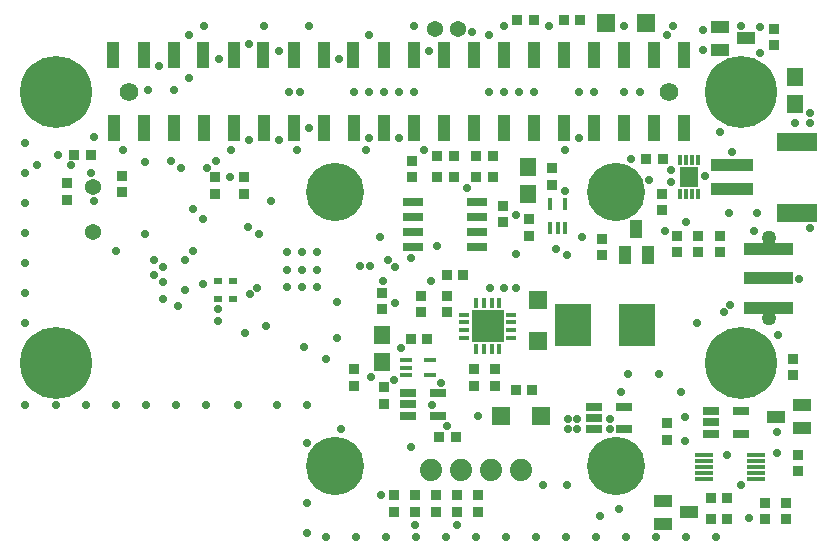
<source format=gts>
*%FSLAX23Y23*%
*%MOIN*%
G01*
%ADD11C,0.000*%
%ADD12C,0.001*%
%ADD13C,0.002*%
%ADD14C,0.006*%
%ADD15C,0.007*%
%ADD16C,0.007*%
%ADD17C,0.008*%
%ADD18C,0.010*%
%ADD19C,0.012*%
%ADD20C,0.015*%
%ADD21C,0.018*%
%ADD22C,0.022*%
%ADD23C,0.024*%
%ADD24C,0.025*%
%ADD25C,0.029*%
%ADD26C,0.031*%
%ADD27C,0.031*%
%ADD28C,0.035*%
%ADD29C,0.035*%
%ADD30C,0.039*%
%ADD31C,0.039*%
%ADD32C,0.046*%
%ADD33C,0.047*%
%ADD34C,0.050*%
%ADD35C,0.051*%
%ADD36C,0.051*%
%ADD37C,0.054*%
%ADD38C,0.055*%
%ADD39C,0.058*%
%ADD40C,0.059*%
%ADD41C,0.059*%
%ADD42C,0.062*%
%ADD43C,0.067*%
%ADD44C,0.070*%
%ADD45C,0.074*%
%ADD46C,0.115*%
%ADD47C,0.135*%
%ADD48C,0.138*%
%ADD49C,0.138*%
%ADD50C,0.158*%
%ADD51C,0.158*%
%ADD52C,0.190*%
%ADD53C,0.194*%
%ADD54C,0.236*%
%ADD55C,0.240*%
%ADD56R,0.011X0.030*%
%ADD57R,0.012X0.030*%
%ADD58R,0.014X0.033*%
%ADD59R,0.014X0.037*%
%ADD60R,0.015X0.034*%
%ADD61R,0.016X0.034*%
%ADD62R,0.018X0.037*%
%ADD63R,0.018X0.041*%
%ADD64R,0.020X0.025*%
%ADD65R,0.021X0.021*%
%ADD66R,0.024X0.029*%
%ADD67R,0.025X0.020*%
%ADD68R,0.029X0.024*%
%ADD69R,0.030X0.011*%
%ADD70R,0.030X0.030*%
%ADD71R,0.031X0.031*%
%ADD72R,0.033X0.014*%
%ADD73R,0.034X0.015*%
%ADD74R,0.034X0.034*%
%ADD75R,0.035X0.035*%
%ADD76R,0.037X0.014*%
%ADD77R,0.037X0.018*%
%ADD78R,0.039X0.055*%
%ADD79R,0.039X0.014*%
%ADD80R,0.040X0.083*%
%ADD81R,0.041X0.018*%
%ADD82R,0.043X0.059*%
%ADD83R,0.043X0.018*%
%ADD84R,0.044X0.087*%
%ADD85R,0.047X0.055*%
%ADD86R,0.048X0.024*%
%ADD87R,0.050X0.023*%
%ADD88R,0.050X0.060*%
%ADD89R,0.051X0.071*%
%ADD90R,0.051X0.059*%
%ADD91R,0.052X0.028*%
%ADD92R,0.054X0.027*%
%ADD93R,0.054X0.064*%
%ADD94R,0.055X0.039*%
%ADD95R,0.055X0.075*%
%ADD96R,0.057X0.012*%
%ADD97R,0.057X0.067*%
%ADD98R,0.059X0.043*%
%ADD99R,0.060X0.060*%
%ADD100R,0.061X0.024*%
%ADD101R,0.061X0.051*%
%ADD102R,0.061X0.016*%
%ADD103R,0.061X0.071*%
%ADD104R,0.063X0.039*%
%ADD105R,0.064X0.064*%
%ADD106R,0.065X0.028*%
%ADD107R,0.065X0.055*%
%ADD108R,0.067X0.043*%
%ADD109R,0.085X0.030*%
%ADD110R,0.089X0.034*%
%ADD111R,0.094X0.030*%
%ADD112R,0.098X0.034*%
%ADD113R,0.104X0.104*%
%ADD114R,0.108X0.108*%
%ADD115R,0.116X0.138*%
%ADD116R,0.120X0.142*%
%ADD117R,0.134X0.059*%
%ADD118R,0.138X0.039*%
%ADD119R,0.138X0.063*%
%ADD120R,0.142X0.043*%
%ADD121R,0.169X0.169*%
%ADD122R,0.173X0.173*%
%ADD123R,0.250X0.250*%
D22*
X10821Y8274D02*
D03*
Y8234D02*
D03*
X10806Y8254D02*
D03*
X10792Y8274D02*
D03*
Y8234D02*
D03*
X10172Y7734D02*
D03*
Y7784D02*
D03*
X10137Y7734D02*
D03*
Y7784D02*
D03*
X10097Y7734D02*
D03*
Y7784D02*
D03*
D25*
X11157Y8434D02*
D03*
X11207Y8469D02*
D03*
Y8434D02*
D03*
X11172Y7914D02*
D03*
X11207Y8084D02*
D03*
X11042Y8669D02*
D03*
X10977Y8759D02*
D03*
X11042Y8754D02*
D03*
X10947Y8339D02*
D03*
X11032Y8134D02*
D03*
X11102Y7729D02*
D03*
X11097Y7404D02*
D03*
Y7334D02*
D03*
X11006Y7118D02*
D03*
X10977Y7229D02*
D03*
X11022Y8074D02*
D03*
X10796Y8103D02*
D03*
X10852Y8679D02*
D03*
Y8744D02*
D03*
X10752Y8759D02*
D03*
X10857Y8259D02*
D03*
X10937Y8134D02*
D03*
X10907Y8404D02*
D03*
X10896Y7053D02*
D03*
X10932Y7329D02*
D03*
X10796Y7053D02*
D03*
X10832Y7769D02*
D03*
X10792Y7454D02*
D03*
X10777Y7539D02*
D03*
X10792Y7374D02*
D03*
X10942Y7829D02*
D03*
X10922Y7804D02*
D03*
X10746Y8238D02*
D03*
Y8278D02*
D03*
X10587Y8759D02*
D03*
X10732Y8729D02*
D03*
X10587Y8539D02*
D03*
X10612Y8314D02*
D03*
X10672Y8244D02*
D03*
X10642Y8539D02*
D03*
X10602Y7599D02*
D03*
X10572Y7149D02*
D03*
X10726Y8073D02*
D03*
X10706Y7598D02*
D03*
X10696Y7053D02*
D03*
X10596D02*
D03*
X10577Y7539D02*
D03*
X10437Y8384D02*
D03*
Y8539D02*
D03*
X10487D02*
D03*
X10447Y8054D02*
D03*
X10507Y7124D02*
D03*
X10496Y7053D02*
D03*
X10542Y7414D02*
D03*
Y7449D02*
D03*
X10432Y7414D02*
D03*
Y7449D02*
D03*
X10392Y8209D02*
D03*
Y8344D02*
D03*
X10361Y8013D02*
D03*
X10396Y7053D02*
D03*
X10397Y7229D02*
D03*
X10402Y7414D02*
D03*
Y7449D02*
D03*
X10397Y7994D02*
D03*
X10227Y8129D02*
D03*
X10187Y8759D02*
D03*
X10337D02*
D03*
X10187Y8539D02*
D03*
X10287D02*
D03*
X10237D02*
D03*
X10317Y7229D02*
D03*
X10227Y7884D02*
D03*
X10187D02*
D03*
X10196Y7053D02*
D03*
X10296D02*
D03*
X10227Y7999D02*
D03*
X10066Y8218D02*
D03*
X10082Y8739D02*
D03*
X10137Y8729D02*
D03*
Y8539D02*
D03*
X9997Y7424D02*
D03*
X9977Y7569D02*
D03*
X10142Y7884D02*
D03*
X10102Y7459D02*
D03*
X9996Y7053D02*
D03*
X10096D02*
D03*
X10032Y7094D02*
D03*
X9837Y8384D02*
D03*
X9887Y8759D02*
D03*
X9922Y8344D02*
D03*
X9937Y8674D02*
D03*
X9787Y8539D02*
D03*
X9887D02*
D03*
X9837D02*
D03*
X9822Y7579D02*
D03*
X9947Y7494D02*
D03*
X9877Y7984D02*
D03*
X9946Y7908D02*
D03*
X9801Y7978D02*
D03*
X9826Y7953D02*
D03*
X9786Y7908D02*
D03*
X9776Y8053D02*
D03*
X9846Y7683D02*
D03*
X9826Y7833D02*
D03*
X9796Y7053D02*
D03*
X9896D02*
D03*
X9892Y7094D02*
D03*
X9777Y7194D02*
D03*
X9877Y7354D02*
D03*
X9966Y8023D02*
D03*
X9737Y8385D02*
D03*
X9637Y8649D02*
D03*
X9687Y8539D02*
D03*
X9737D02*
D03*
Y8729D02*
D03*
X9727Y8344D02*
D03*
X9742Y7959D02*
D03*
X9746Y7588D02*
D03*
X9707Y7959D02*
D03*
X9646Y7413D02*
D03*
X9631Y7838D02*
D03*
Y7718D02*
D03*
X9596Y7648D02*
D03*
Y7053D02*
D03*
X9696D02*
D03*
X9411Y8173D02*
D03*
X9387Y8759D02*
D03*
X9497Y8344D02*
D03*
X9437Y8674D02*
D03*
Y8379D02*
D03*
X9472Y8539D02*
D03*
X9507D02*
D03*
X9537Y8419D02*
D03*
Y8759D02*
D03*
X9522Y7689D02*
D03*
X9566Y8003D02*
D03*
Y7943D02*
D03*
Y7888D02*
D03*
X9531Y7368D02*
D03*
Y7168D02*
D03*
Y7068D02*
D03*
X9466Y8003D02*
D03*
Y7943D02*
D03*
Y7888D02*
D03*
X9396Y7758D02*
D03*
X9516Y8003D02*
D03*
Y7888D02*
D03*
Y7943D02*
D03*
X9432Y7494D02*
D03*
X9531Y7493D02*
D03*
X9186Y8113D02*
D03*
X9276Y8253D02*
D03*
X9187Y8759D02*
D03*
X9277Y8344D02*
D03*
X9337Y8699D02*
D03*
Y8379D02*
D03*
X9237Y8649D02*
D03*
X9197Y8284D02*
D03*
X9227Y8309D02*
D03*
X9371Y8063D02*
D03*
X9336Y8088D02*
D03*
X9341Y7863D02*
D03*
X9366Y7883D02*
D03*
X9326Y7733D02*
D03*
X9186Y7898D02*
D03*
X9236Y7773D02*
D03*
Y7813D02*
D03*
X9196Y7493D02*
D03*
X9302Y7494D02*
D03*
X9151Y8148D02*
D03*
X8992Y8304D02*
D03*
X9037Y8624D02*
D03*
X9137Y8584D02*
D03*
X9087Y8544D02*
D03*
X9137Y8729D02*
D03*
X9112Y8284D02*
D03*
X9077Y8309D02*
D03*
X9002Y8544D02*
D03*
X9126Y7878D02*
D03*
Y7978D02*
D03*
X9151Y8008D02*
D03*
X8992Y8064D02*
D03*
X9051Y7953D02*
D03*
Y7903D02*
D03*
X9021Y7978D02*
D03*
Y7928D02*
D03*
X9051Y7848D02*
D03*
X9101Y7823D02*
D03*
X8996Y7493D02*
D03*
X9096D02*
D03*
X8917Y8344D02*
D03*
X8896Y8008D02*
D03*
Y7493D02*
D03*
X8821Y8173D02*
D03*
X8811Y8268D02*
D03*
X8822Y8389D02*
D03*
X8796Y7493D02*
D03*
X8746Y8293D02*
D03*
X8701Y8328D02*
D03*
X8631Y8293D02*
D03*
X8696Y7493D02*
D03*
X8591Y8168D02*
D03*
Y8268D02*
D03*
Y8368D02*
D03*
Y7768D02*
D03*
Y7868D02*
D03*
Y7968D02*
D03*
Y8068D02*
D03*
X8592Y7494D02*
D03*
D34*
X11071Y8052D02*
D03*
X11071Y7784D02*
D03*
D37*
X8819Y8221D02*
D03*
X8819Y8071D02*
D03*
X10036Y8748D02*
D03*
X9957D02*
D03*
D42*
X8937Y8539D02*
D03*
X10737Y8539D02*
D03*
D45*
X9946Y7278D02*
D03*
X10046D02*
D03*
X10146D02*
D03*
X10246D02*
D03*
D53*
X10561Y8204D02*
D03*
Y7291D02*
D03*
X9624Y8204D02*
D03*
Y7291D02*
D03*
D55*
X10978Y8538D02*
D03*
Y7633D02*
D03*
X8695Y8538D02*
D03*
Y7633D02*
D03*
D61*
X10776Y8312D02*
D03*
X10796D02*
D03*
X10815D02*
D03*
X10835D02*
D03*
Y8198D02*
D03*
X10815D02*
D03*
X10796D02*
D03*
X10776Y8198D02*
D03*
D62*
X10173Y7680D02*
D03*
X10147D02*
D03*
X10121D02*
D03*
X10096D02*
D03*
Y7835D02*
D03*
X10121D02*
D03*
X10147D02*
D03*
X10173D02*
D03*
D63*
X10342Y8084D02*
D03*
Y8164D02*
D03*
X10392D02*
D03*
Y8084D02*
D03*
X10367D02*
D03*
D68*
X9286Y7908D02*
D03*
X9236D02*
D03*
X9286Y7848D02*
D03*
X9236D02*
D03*
D74*
X8731Y8178D02*
D03*
Y8233D02*
D03*
X8756Y8328D02*
D03*
X8811D02*
D03*
X8916Y8203D02*
D03*
Y8258D02*
D03*
X9226Y8198D02*
D03*
Y8253D02*
D03*
X9321Y8198D02*
D03*
Y8253D02*
D03*
X9787Y7499D02*
D03*
Y7554D02*
D03*
X11152Y7594D02*
D03*
Y7649D02*
D03*
X11167Y7274D02*
D03*
Y7329D02*
D03*
X10932Y7184D02*
D03*
X10877D02*
D03*
X10932Y7114D02*
D03*
X10877D02*
D03*
X11127Y7169D02*
D03*
Y7114D02*
D03*
X11057Y7169D02*
D03*
Y7114D02*
D03*
X10732Y7379D02*
D03*
Y7434D02*
D03*
X10102Y7139D02*
D03*
Y7194D02*
D03*
X10032Y7139D02*
D03*
Y7194D02*
D03*
X9822Y7139D02*
D03*
Y7194D02*
D03*
X9892Y7139D02*
D03*
Y7194D02*
D03*
X9962Y7139D02*
D03*
Y7194D02*
D03*
X9972Y7389D02*
D03*
X10027D02*
D03*
X10087Y7559D02*
D03*
Y7614D02*
D03*
X10157Y7559D02*
D03*
Y7614D02*
D03*
X10227Y7544D02*
D03*
X10282D02*
D03*
X9912Y7859D02*
D03*
Y7804D02*
D03*
X9997D02*
D03*
Y7859D02*
D03*
Y7929D02*
D03*
X10052D02*
D03*
X10232Y8779D02*
D03*
X10287D02*
D03*
X10387D02*
D03*
X10442D02*
D03*
X11087Y8749D02*
D03*
Y8694D02*
D03*
X10662Y8314D02*
D03*
X10717D02*
D03*
X10716Y8143D02*
D03*
Y8198D02*
D03*
X10907Y8004D02*
D03*
Y8059D02*
D03*
X10836Y8058D02*
D03*
Y8003D02*
D03*
X10766Y8058D02*
D03*
Y8003D02*
D03*
X10516Y8048D02*
D03*
Y7993D02*
D03*
X10272Y8059D02*
D03*
Y8114D02*
D03*
X10347Y8229D02*
D03*
Y8284D02*
D03*
X10186Y8158D02*
D03*
Y8103D02*
D03*
X10151Y8253D02*
D03*
X10096D02*
D03*
X10151Y8323D02*
D03*
X10096D02*
D03*
X10021D02*
D03*
X9966D02*
D03*
Y8253D02*
D03*
X10021D02*
D03*
X9881D02*
D03*
Y8308D02*
D03*
X9782Y7814D02*
D03*
Y7869D02*
D03*
X9877Y7714D02*
D03*
X9932D02*
D03*
X9687Y7614D02*
D03*
Y7559D02*
D03*
D77*
X10056Y7719D02*
D03*
Y7745D02*
D03*
Y7770D02*
D03*
Y7796D02*
D03*
X10212D02*
D03*
Y7770D02*
D03*
Y7745D02*
D03*
X10212Y7719D02*
D03*
D81*
X9862Y7644D02*
D03*
X9942D02*
D03*
Y7594D02*
D03*
X9862D02*
D03*
Y7619D02*
D03*
D82*
X10629Y8081D02*
D03*
X10667Y7994D02*
D03*
X10592D02*
D03*
D84*
X10787Y8662D02*
D03*
X10687D02*
D03*
X10587D02*
D03*
X10487D02*
D03*
X10387D02*
D03*
X10287D02*
D03*
X10187D02*
D03*
X10087D02*
D03*
X9987D02*
D03*
X9887D02*
D03*
X9787D02*
D03*
X9686D02*
D03*
X9587D02*
D03*
X9487D02*
D03*
X9386D02*
D03*
X9287D02*
D03*
X9186D02*
D03*
X9087D02*
D03*
X8987D02*
D03*
X8886D02*
D03*
X10787Y8417D02*
D03*
X10687D02*
D03*
X10587D02*
D03*
X10487D02*
D03*
X10387D02*
D03*
X10287D02*
D03*
X10187D02*
D03*
X10087D02*
D03*
X9987D02*
D03*
X9887D02*
D03*
X9787D02*
D03*
X9687D02*
D03*
X9587D02*
D03*
X9487D02*
D03*
X9387D02*
D03*
X9287D02*
D03*
X9187D02*
D03*
X9087D02*
D03*
X8987D02*
D03*
X8887D02*
D03*
D91*
X10590Y7489D02*
D03*
Y7414D02*
D03*
X10487Y7452D02*
D03*
Y7414D02*
D03*
Y7489D02*
D03*
D92*
X10877Y7474D02*
D03*
Y7399D02*
D03*
Y7437D02*
D03*
X10977Y7474D02*
D03*
Y7399D02*
D03*
X9967Y7459D02*
D03*
Y7534D02*
D03*
X9867Y7497D02*
D03*
Y7459D02*
D03*
Y7534D02*
D03*
D93*
X11157Y8499D02*
D03*
Y8589D02*
D03*
X10267Y8199D02*
D03*
Y8289D02*
D03*
X9782Y7639D02*
D03*
Y7729D02*
D03*
D98*
X11095Y7456D02*
D03*
X11182Y7494D02*
D03*
Y7419D02*
D03*
X10804Y7137D02*
D03*
X10717Y7099D02*
D03*
Y7174D02*
D03*
X10907Y8754D02*
D03*
Y8679D02*
D03*
X10994Y8717D02*
D03*
D102*
X10854Y7249D02*
D03*
Y7268D02*
D03*
Y7288D02*
D03*
Y7308D02*
D03*
Y7327D02*
D03*
X11027D02*
D03*
X11027Y7308D02*
D03*
Y7288D02*
D03*
X11027Y7268D02*
D03*
X11027Y7249D02*
D03*
D103*
X10806Y8255D02*
D03*
D105*
X10312Y7459D02*
D03*
X10177D02*
D03*
X10302Y7709D02*
D03*
Y7844D02*
D03*
X10662Y8769D02*
D03*
X10527D02*
D03*
D106*
X10098Y8022D02*
D03*
Y8072D02*
D03*
Y8122D02*
D03*
Y8172D02*
D03*
X9886Y8022D02*
D03*
Y8072D02*
D03*
Y8122D02*
D03*
Y8172D02*
D03*
D108*
X11117Y8016D02*
D03*
X11070D02*
D03*
X11023D02*
D03*
X11117Y7918D02*
D03*
X11066D02*
D03*
X11023D02*
D03*
X11117Y7819D02*
D03*
X11071D02*
D03*
X11023D02*
D03*
D114*
X10134Y7758D02*
D03*
D116*
X10633Y7762D02*
D03*
X10419D02*
D03*
D119*
X11166Y8135D02*
D03*
Y8371D02*
D03*
D120*
X10947Y8215D02*
D03*
Y8293D02*
D03*
M02*

</source>
